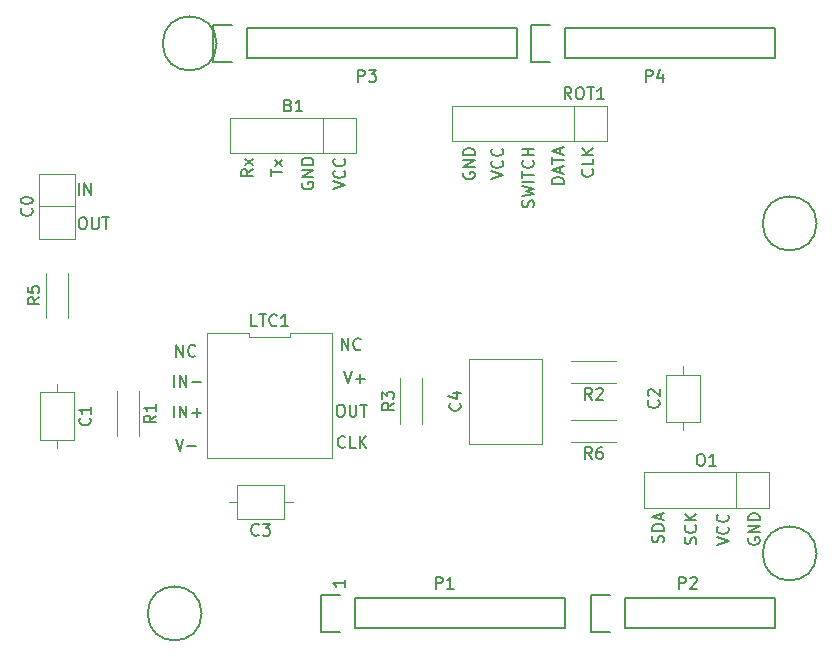
<source format=gbr>
G04 #@! TF.GenerationSoftware,KiCad,Pcbnew,(5.1.2)-2*
G04 #@! TF.CreationDate,2021-03-05T16:19:09+01:00*
G04 #@! TF.ProjectId,Shield,53686965-6c64-42e6-9b69-6361645f7063,rev?*
G04 #@! TF.SameCoordinates,Original*
G04 #@! TF.FileFunction,Legend,Top*
G04 #@! TF.FilePolarity,Positive*
%FSLAX46Y46*%
G04 Gerber Fmt 4.6, Leading zero omitted, Abs format (unit mm)*
G04 Created by KiCad (PCBNEW (5.1.2)-2) date 2021-03-05 16:19:09*
%MOMM*%
%LPD*%
G04 APERTURE LIST*
%ADD10C,0.150000*%
%ADD11C,0.120000*%
G04 APERTURE END LIST*
D10*
X139390380Y-120999285D02*
X139390380Y-121570714D01*
X139390380Y-121285000D02*
X138390380Y-121285000D01*
X138533238Y-121380238D01*
X138628476Y-121475476D01*
X138676095Y-121570714D01*
D11*
X129538000Y-114365000D02*
X130228000Y-114365000D01*
X134958000Y-114365000D02*
X134268000Y-114365000D01*
X130228000Y-115785000D02*
X134268000Y-115785000D01*
X130228000Y-112945000D02*
X130228000Y-115785000D01*
X134268000Y-112945000D02*
X130228000Y-112945000D01*
X134268000Y-115785000D02*
X134268000Y-112945000D01*
X158808000Y-83865000D02*
X158808000Y-80865000D01*
X161578000Y-80865000D02*
X161578000Y-83865000D01*
X148418000Y-80865000D02*
X161578000Y-80865000D01*
X148418000Y-83865000D02*
X148418000Y-80865000D01*
X161578000Y-83865000D02*
X148418000Y-83865000D01*
X162378000Y-107445000D02*
X158538000Y-107445000D01*
X162378000Y-109285000D02*
X158538000Y-109285000D01*
X115918000Y-98825000D02*
X115918000Y-94985000D01*
X114078000Y-98825000D02*
X114078000Y-94985000D01*
X145918000Y-107745000D02*
X145918000Y-103905000D01*
X144078000Y-107745000D02*
X144078000Y-103905000D01*
X162378000Y-102445000D02*
X158538000Y-102445000D01*
X162378000Y-104285000D02*
X158538000Y-104285000D01*
X120078000Y-104985000D02*
X120078000Y-108825000D01*
X121918000Y-104985000D02*
X121918000Y-108825000D01*
X172538000Y-114865000D02*
X172538000Y-111865000D01*
X175308000Y-111865000D02*
X175308000Y-114865000D01*
X164688000Y-111865000D02*
X175308000Y-111865000D01*
X164688000Y-114865000D02*
X164688000Y-111865000D01*
X175308000Y-114865000D02*
X164688000Y-114865000D01*
X131244667Y-100055000D02*
X127738000Y-100055000D01*
X131244667Y-100415000D02*
X131244667Y-100055000D01*
X134751333Y-100415000D02*
X131244667Y-100415000D01*
X134751333Y-100055000D02*
X134751333Y-100415000D01*
X138258000Y-100055000D02*
X134751333Y-100055000D01*
X138258000Y-110675000D02*
X138258000Y-100055000D01*
X127738000Y-110675000D02*
X138258000Y-110675000D01*
X127738000Y-100055000D02*
X127738000Y-110675000D01*
X149878000Y-102245000D02*
X156118000Y-102245000D01*
X149878000Y-109485000D02*
X156118000Y-109485000D01*
X156118000Y-109485000D02*
X156118000Y-102245000D01*
X149878000Y-109485000D02*
X149878000Y-102245000D01*
X167998000Y-102905000D02*
X167998000Y-103595000D01*
X167998000Y-108325000D02*
X167998000Y-107635000D01*
X166578000Y-103595000D02*
X166578000Y-107635000D01*
X169418000Y-103595000D02*
X166578000Y-103595000D01*
X169418000Y-107635000D02*
X169418000Y-103595000D01*
X166578000Y-107635000D02*
X169418000Y-107635000D01*
X114998000Y-109825000D02*
X114998000Y-109135000D01*
X114998000Y-104405000D02*
X114998000Y-105095000D01*
X116418000Y-109135000D02*
X116418000Y-105095000D01*
X113578000Y-109135000D02*
X116418000Y-109135000D01*
X113578000Y-105095000D02*
X113578000Y-109135000D01*
X116418000Y-105095000D02*
X113578000Y-105095000D01*
X116498000Y-89365000D02*
X113498000Y-89365000D01*
X113498000Y-86595000D02*
X116498000Y-86595000D01*
X113498000Y-92135000D02*
X113498000Y-86595000D01*
X116498000Y-92135000D02*
X113498000Y-92135000D01*
X116498000Y-86595000D02*
X116498000Y-92135000D01*
X137538000Y-84865000D02*
X137538000Y-81865000D01*
X140308000Y-81865000D02*
X140308000Y-84865000D01*
X129688000Y-81865000D02*
X140308000Y-81865000D01*
X129688000Y-84865000D02*
X129688000Y-81865000D01*
X140308000Y-84865000D02*
X129688000Y-84865000D01*
D10*
X140208000Y-125095000D02*
X157988000Y-125095000D01*
X157988000Y-125095000D02*
X157988000Y-122555000D01*
X157988000Y-122555000D02*
X140208000Y-122555000D01*
X137388000Y-125375000D02*
X138938000Y-125375000D01*
X140208000Y-125095000D02*
X140208000Y-122555000D01*
X138938000Y-122275000D02*
X137388000Y-122275000D01*
X137388000Y-122275000D02*
X137388000Y-125375000D01*
X163068000Y-125095000D02*
X175768000Y-125095000D01*
X175768000Y-125095000D02*
X175768000Y-122555000D01*
X175768000Y-122555000D02*
X163068000Y-122555000D01*
X160248000Y-125375000D02*
X161798000Y-125375000D01*
X163068000Y-125095000D02*
X163068000Y-122555000D01*
X161798000Y-122275000D02*
X160248000Y-122275000D01*
X160248000Y-122275000D02*
X160248000Y-125375000D01*
X131064000Y-76835000D02*
X153924000Y-76835000D01*
X153924000Y-76835000D02*
X153924000Y-74295000D01*
X153924000Y-74295000D02*
X131064000Y-74295000D01*
X128244000Y-77115000D02*
X129794000Y-77115000D01*
X131064000Y-76835000D02*
X131064000Y-74295000D01*
X129794000Y-74015000D02*
X128244000Y-74015000D01*
X128244000Y-74015000D02*
X128244000Y-77115000D01*
X157988000Y-76835000D02*
X175768000Y-76835000D01*
X175768000Y-76835000D02*
X175768000Y-74295000D01*
X175768000Y-74295000D02*
X157988000Y-74295000D01*
X155168000Y-77115000D02*
X156718000Y-77115000D01*
X157988000Y-76835000D02*
X157988000Y-74295000D01*
X156718000Y-74015000D02*
X155168000Y-74015000D01*
X155168000Y-74015000D02*
X155168000Y-77115000D01*
X127254000Y-123825000D02*
G75*
G03X127254000Y-123825000I-2286000J0D01*
G01*
X179324000Y-118745000D02*
G75*
G03X179324000Y-118745000I-2286000J0D01*
G01*
X128524000Y-75565000D02*
G75*
G03X128524000Y-75565000I-2286000J0D01*
G01*
X179324000Y-90805000D02*
G75*
G03X179324000Y-90805000I-2286000J0D01*
G01*
X132081333Y-117142142D02*
X132033714Y-117189761D01*
X131890857Y-117237380D01*
X131795619Y-117237380D01*
X131652761Y-117189761D01*
X131557523Y-117094523D01*
X131509904Y-116999285D01*
X131462285Y-116808809D01*
X131462285Y-116665952D01*
X131509904Y-116475476D01*
X131557523Y-116380238D01*
X131652761Y-116285000D01*
X131795619Y-116237380D01*
X131890857Y-116237380D01*
X132033714Y-116285000D01*
X132081333Y-116332619D01*
X132414666Y-116237380D02*
X133033714Y-116237380D01*
X132700380Y-116618333D01*
X132843238Y-116618333D01*
X132938476Y-116665952D01*
X132986095Y-116713571D01*
X133033714Y-116808809D01*
X133033714Y-117046904D01*
X132986095Y-117142142D01*
X132938476Y-117189761D01*
X132843238Y-117237380D01*
X132557523Y-117237380D01*
X132462285Y-117189761D01*
X132414666Y-117142142D01*
X158566571Y-80277380D02*
X158233238Y-79801190D01*
X157995142Y-80277380D02*
X157995142Y-79277380D01*
X158376095Y-79277380D01*
X158471333Y-79325000D01*
X158518952Y-79372619D01*
X158566571Y-79467857D01*
X158566571Y-79610714D01*
X158518952Y-79705952D01*
X158471333Y-79753571D01*
X158376095Y-79801190D01*
X157995142Y-79801190D01*
X159185619Y-79277380D02*
X159376095Y-79277380D01*
X159471333Y-79325000D01*
X159566571Y-79420238D01*
X159614190Y-79610714D01*
X159614190Y-79944047D01*
X159566571Y-80134523D01*
X159471333Y-80229761D01*
X159376095Y-80277380D01*
X159185619Y-80277380D01*
X159090380Y-80229761D01*
X158995142Y-80134523D01*
X158947523Y-79944047D01*
X158947523Y-79610714D01*
X158995142Y-79420238D01*
X159090380Y-79325000D01*
X159185619Y-79277380D01*
X159899904Y-79277380D02*
X160471333Y-79277380D01*
X160185619Y-80277380D02*
X160185619Y-79277380D01*
X161328476Y-80277380D02*
X160757047Y-80277380D01*
X161042761Y-80277380D02*
X161042761Y-79277380D01*
X160947523Y-79420238D01*
X160852285Y-79515476D01*
X160757047Y-79563095D01*
X149438000Y-86506904D02*
X149390380Y-86602142D01*
X149390380Y-86745000D01*
X149438000Y-86887857D01*
X149533238Y-86983095D01*
X149628476Y-87030714D01*
X149818952Y-87078333D01*
X149961809Y-87078333D01*
X150152285Y-87030714D01*
X150247523Y-86983095D01*
X150342761Y-86887857D01*
X150390380Y-86745000D01*
X150390380Y-86649761D01*
X150342761Y-86506904D01*
X150295142Y-86459285D01*
X149961809Y-86459285D01*
X149961809Y-86649761D01*
X150390380Y-86030714D02*
X149390380Y-86030714D01*
X150390380Y-85459285D01*
X149390380Y-85459285D01*
X150390380Y-84983095D02*
X149390380Y-84983095D01*
X149390380Y-84745000D01*
X149438000Y-84602142D01*
X149533238Y-84506904D01*
X149628476Y-84459285D01*
X149818952Y-84411666D01*
X149961809Y-84411666D01*
X150152285Y-84459285D01*
X150247523Y-84506904D01*
X150342761Y-84602142D01*
X150390380Y-84745000D01*
X150390380Y-84983095D01*
X151780380Y-87048333D02*
X152780380Y-86715000D01*
X151780380Y-86381666D01*
X152685142Y-85476904D02*
X152732761Y-85524523D01*
X152780380Y-85667380D01*
X152780380Y-85762619D01*
X152732761Y-85905476D01*
X152637523Y-86000714D01*
X152542285Y-86048333D01*
X152351809Y-86095952D01*
X152208952Y-86095952D01*
X152018476Y-86048333D01*
X151923238Y-86000714D01*
X151828000Y-85905476D01*
X151780380Y-85762619D01*
X151780380Y-85667380D01*
X151828000Y-85524523D01*
X151875619Y-85476904D01*
X152685142Y-84476904D02*
X152732761Y-84524523D01*
X152780380Y-84667380D01*
X152780380Y-84762619D01*
X152732761Y-84905476D01*
X152637523Y-85000714D01*
X152542285Y-85048333D01*
X152351809Y-85095952D01*
X152208952Y-85095952D01*
X152018476Y-85048333D01*
X151923238Y-85000714D01*
X151828000Y-84905476D01*
X151780380Y-84762619D01*
X151780380Y-84667380D01*
X151828000Y-84524523D01*
X151875619Y-84476904D01*
X155352761Y-89425000D02*
X155400380Y-89282142D01*
X155400380Y-89044047D01*
X155352761Y-88948809D01*
X155305142Y-88901190D01*
X155209904Y-88853571D01*
X155114666Y-88853571D01*
X155019428Y-88901190D01*
X154971809Y-88948809D01*
X154924190Y-89044047D01*
X154876571Y-89234523D01*
X154828952Y-89329761D01*
X154781333Y-89377380D01*
X154686095Y-89425000D01*
X154590857Y-89425000D01*
X154495619Y-89377380D01*
X154448000Y-89329761D01*
X154400380Y-89234523D01*
X154400380Y-88996428D01*
X154448000Y-88853571D01*
X154400380Y-88520238D02*
X155400380Y-88282142D01*
X154686095Y-88091666D01*
X155400380Y-87901190D01*
X154400380Y-87663095D01*
X155400380Y-87282142D02*
X154400380Y-87282142D01*
X154400380Y-86948809D02*
X154400380Y-86377380D01*
X155400380Y-86663095D02*
X154400380Y-86663095D01*
X155305142Y-85472619D02*
X155352761Y-85520238D01*
X155400380Y-85663095D01*
X155400380Y-85758333D01*
X155352761Y-85901190D01*
X155257523Y-85996428D01*
X155162285Y-86044047D01*
X154971809Y-86091666D01*
X154828952Y-86091666D01*
X154638476Y-86044047D01*
X154543238Y-85996428D01*
X154448000Y-85901190D01*
X154400380Y-85758333D01*
X154400380Y-85663095D01*
X154448000Y-85520238D01*
X154495619Y-85472619D01*
X155400380Y-85044047D02*
X154400380Y-85044047D01*
X154876571Y-85044047D02*
X154876571Y-84472619D01*
X155400380Y-84472619D02*
X154400380Y-84472619D01*
X157910380Y-87445000D02*
X156910380Y-87445000D01*
X156910380Y-87206904D01*
X156958000Y-87064047D01*
X157053238Y-86968809D01*
X157148476Y-86921190D01*
X157338952Y-86873571D01*
X157481809Y-86873571D01*
X157672285Y-86921190D01*
X157767523Y-86968809D01*
X157862761Y-87064047D01*
X157910380Y-87206904D01*
X157910380Y-87445000D01*
X157624666Y-86492619D02*
X157624666Y-86016428D01*
X157910380Y-86587857D02*
X156910380Y-86254523D01*
X157910380Y-85921190D01*
X156910380Y-85730714D02*
X156910380Y-85159285D01*
X157910380Y-85445000D02*
X156910380Y-85445000D01*
X157624666Y-84873571D02*
X157624666Y-84397380D01*
X157910380Y-84968809D02*
X156910380Y-84635476D01*
X157910380Y-84302142D01*
X160325142Y-86210238D02*
X160372761Y-86257857D01*
X160420380Y-86400714D01*
X160420380Y-86495952D01*
X160372761Y-86638809D01*
X160277523Y-86734047D01*
X160182285Y-86781666D01*
X159991809Y-86829285D01*
X159848952Y-86829285D01*
X159658476Y-86781666D01*
X159563238Y-86734047D01*
X159468000Y-86638809D01*
X159420380Y-86495952D01*
X159420380Y-86400714D01*
X159468000Y-86257857D01*
X159515619Y-86210238D01*
X160420380Y-85305476D02*
X160420380Y-85781666D01*
X159420380Y-85781666D01*
X160420380Y-84972142D02*
X159420380Y-84972142D01*
X160420380Y-84400714D02*
X159848952Y-84829285D01*
X159420380Y-84400714D02*
X159991809Y-84972142D01*
X160291333Y-110737380D02*
X159958000Y-110261190D01*
X159719904Y-110737380D02*
X159719904Y-109737380D01*
X160100857Y-109737380D01*
X160196095Y-109785000D01*
X160243714Y-109832619D01*
X160291333Y-109927857D01*
X160291333Y-110070714D01*
X160243714Y-110165952D01*
X160196095Y-110213571D01*
X160100857Y-110261190D01*
X159719904Y-110261190D01*
X161148476Y-109737380D02*
X160958000Y-109737380D01*
X160862761Y-109785000D01*
X160815142Y-109832619D01*
X160719904Y-109975476D01*
X160672285Y-110165952D01*
X160672285Y-110546904D01*
X160719904Y-110642142D01*
X160767523Y-110689761D01*
X160862761Y-110737380D01*
X161053238Y-110737380D01*
X161148476Y-110689761D01*
X161196095Y-110642142D01*
X161243714Y-110546904D01*
X161243714Y-110308809D01*
X161196095Y-110213571D01*
X161148476Y-110165952D01*
X161053238Y-110118333D01*
X160862761Y-110118333D01*
X160767523Y-110165952D01*
X160719904Y-110213571D01*
X160672285Y-110308809D01*
X113530380Y-97071666D02*
X113054190Y-97405000D01*
X113530380Y-97643095D02*
X112530380Y-97643095D01*
X112530380Y-97262142D01*
X112578000Y-97166904D01*
X112625619Y-97119285D01*
X112720857Y-97071666D01*
X112863714Y-97071666D01*
X112958952Y-97119285D01*
X113006571Y-97166904D01*
X113054190Y-97262142D01*
X113054190Y-97643095D01*
X112530380Y-96166904D02*
X112530380Y-96643095D01*
X113006571Y-96690714D01*
X112958952Y-96643095D01*
X112911333Y-96547857D01*
X112911333Y-96309761D01*
X112958952Y-96214523D01*
X113006571Y-96166904D01*
X113101809Y-96119285D01*
X113339904Y-96119285D01*
X113435142Y-96166904D01*
X113482761Y-96214523D01*
X113530380Y-96309761D01*
X113530380Y-96547857D01*
X113482761Y-96643095D01*
X113435142Y-96690714D01*
X143530380Y-105991666D02*
X143054190Y-106325000D01*
X143530380Y-106563095D02*
X142530380Y-106563095D01*
X142530380Y-106182142D01*
X142578000Y-106086904D01*
X142625619Y-106039285D01*
X142720857Y-105991666D01*
X142863714Y-105991666D01*
X142958952Y-106039285D01*
X143006571Y-106086904D01*
X143054190Y-106182142D01*
X143054190Y-106563095D01*
X142530380Y-105658333D02*
X142530380Y-105039285D01*
X142911333Y-105372619D01*
X142911333Y-105229761D01*
X142958952Y-105134523D01*
X143006571Y-105086904D01*
X143101809Y-105039285D01*
X143339904Y-105039285D01*
X143435142Y-105086904D01*
X143482761Y-105134523D01*
X143530380Y-105229761D01*
X143530380Y-105515476D01*
X143482761Y-105610714D01*
X143435142Y-105658333D01*
X160291333Y-105737380D02*
X159958000Y-105261190D01*
X159719904Y-105737380D02*
X159719904Y-104737380D01*
X160100857Y-104737380D01*
X160196095Y-104785000D01*
X160243714Y-104832619D01*
X160291333Y-104927857D01*
X160291333Y-105070714D01*
X160243714Y-105165952D01*
X160196095Y-105213571D01*
X160100857Y-105261190D01*
X159719904Y-105261190D01*
X160672285Y-104832619D02*
X160719904Y-104785000D01*
X160815142Y-104737380D01*
X161053238Y-104737380D01*
X161148476Y-104785000D01*
X161196095Y-104832619D01*
X161243714Y-104927857D01*
X161243714Y-105023095D01*
X161196095Y-105165952D01*
X160624666Y-105737380D01*
X161243714Y-105737380D01*
X123370380Y-107071666D02*
X122894190Y-107405000D01*
X123370380Y-107643095D02*
X122370380Y-107643095D01*
X122370380Y-107262142D01*
X122418000Y-107166904D01*
X122465619Y-107119285D01*
X122560857Y-107071666D01*
X122703714Y-107071666D01*
X122798952Y-107119285D01*
X122846571Y-107166904D01*
X122894190Y-107262142D01*
X122894190Y-107643095D01*
X123370380Y-106119285D02*
X123370380Y-106690714D01*
X123370380Y-106405000D02*
X122370380Y-106405000D01*
X122513238Y-106500238D01*
X122608476Y-106595476D01*
X122656095Y-106690714D01*
X169426571Y-110317380D02*
X169617047Y-110317380D01*
X169712285Y-110365000D01*
X169807523Y-110460238D01*
X169855142Y-110650714D01*
X169855142Y-110984047D01*
X169807523Y-111174523D01*
X169712285Y-111269761D01*
X169617047Y-111317380D01*
X169426571Y-111317380D01*
X169331333Y-111269761D01*
X169236095Y-111174523D01*
X169188476Y-110984047D01*
X169188476Y-110650714D01*
X169236095Y-110460238D01*
X169331333Y-110365000D01*
X169426571Y-110317380D01*
X170807523Y-111317380D02*
X170236095Y-111317380D01*
X170521809Y-111317380D02*
X170521809Y-110317380D01*
X170426571Y-110460238D01*
X170331333Y-110555476D01*
X170236095Y-110603095D01*
X166352761Y-117809285D02*
X166400380Y-117666428D01*
X166400380Y-117428333D01*
X166352761Y-117333095D01*
X166305142Y-117285476D01*
X166209904Y-117237857D01*
X166114666Y-117237857D01*
X166019428Y-117285476D01*
X165971809Y-117333095D01*
X165924190Y-117428333D01*
X165876571Y-117618809D01*
X165828952Y-117714047D01*
X165781333Y-117761666D01*
X165686095Y-117809285D01*
X165590857Y-117809285D01*
X165495619Y-117761666D01*
X165448000Y-117714047D01*
X165400380Y-117618809D01*
X165400380Y-117380714D01*
X165448000Y-117237857D01*
X166400380Y-116809285D02*
X165400380Y-116809285D01*
X165400380Y-116571190D01*
X165448000Y-116428333D01*
X165543238Y-116333095D01*
X165638476Y-116285476D01*
X165828952Y-116237857D01*
X165971809Y-116237857D01*
X166162285Y-116285476D01*
X166257523Y-116333095D01*
X166352761Y-116428333D01*
X166400380Y-116571190D01*
X166400380Y-116809285D01*
X166114666Y-115856904D02*
X166114666Y-115380714D01*
X166400380Y-115952142D02*
X165400380Y-115618809D01*
X166400380Y-115285476D01*
X169102761Y-117940714D02*
X169150380Y-117797857D01*
X169150380Y-117559761D01*
X169102761Y-117464523D01*
X169055142Y-117416904D01*
X168959904Y-117369285D01*
X168864666Y-117369285D01*
X168769428Y-117416904D01*
X168721809Y-117464523D01*
X168674190Y-117559761D01*
X168626571Y-117750238D01*
X168578952Y-117845476D01*
X168531333Y-117893095D01*
X168436095Y-117940714D01*
X168340857Y-117940714D01*
X168245619Y-117893095D01*
X168198000Y-117845476D01*
X168150380Y-117750238D01*
X168150380Y-117512142D01*
X168198000Y-117369285D01*
X169055142Y-116369285D02*
X169102761Y-116416904D01*
X169150380Y-116559761D01*
X169150380Y-116655000D01*
X169102761Y-116797857D01*
X169007523Y-116893095D01*
X168912285Y-116940714D01*
X168721809Y-116988333D01*
X168578952Y-116988333D01*
X168388476Y-116940714D01*
X168293238Y-116893095D01*
X168198000Y-116797857D01*
X168150380Y-116655000D01*
X168150380Y-116559761D01*
X168198000Y-116416904D01*
X168245619Y-116369285D01*
X169150380Y-115940714D02*
X168150380Y-115940714D01*
X169150380Y-115369285D02*
X168578952Y-115797857D01*
X168150380Y-115369285D02*
X168721809Y-115940714D01*
X170880380Y-118038333D02*
X171880380Y-117705000D01*
X170880380Y-117371666D01*
X171785142Y-116466904D02*
X171832761Y-116514523D01*
X171880380Y-116657380D01*
X171880380Y-116752619D01*
X171832761Y-116895476D01*
X171737523Y-116990714D01*
X171642285Y-117038333D01*
X171451809Y-117085952D01*
X171308952Y-117085952D01*
X171118476Y-117038333D01*
X171023238Y-116990714D01*
X170928000Y-116895476D01*
X170880380Y-116752619D01*
X170880380Y-116657380D01*
X170928000Y-116514523D01*
X170975619Y-116466904D01*
X171785142Y-115466904D02*
X171832761Y-115514523D01*
X171880380Y-115657380D01*
X171880380Y-115752619D01*
X171832761Y-115895476D01*
X171737523Y-115990714D01*
X171642285Y-116038333D01*
X171451809Y-116085952D01*
X171308952Y-116085952D01*
X171118476Y-116038333D01*
X171023238Y-115990714D01*
X170928000Y-115895476D01*
X170880380Y-115752619D01*
X170880380Y-115657380D01*
X170928000Y-115514523D01*
X170975619Y-115466904D01*
X173568000Y-117436904D02*
X173520380Y-117532142D01*
X173520380Y-117675000D01*
X173568000Y-117817857D01*
X173663238Y-117913095D01*
X173758476Y-117960714D01*
X173948952Y-118008333D01*
X174091809Y-118008333D01*
X174282285Y-117960714D01*
X174377523Y-117913095D01*
X174472761Y-117817857D01*
X174520380Y-117675000D01*
X174520380Y-117579761D01*
X174472761Y-117436904D01*
X174425142Y-117389285D01*
X174091809Y-117389285D01*
X174091809Y-117579761D01*
X174520380Y-116960714D02*
X173520380Y-116960714D01*
X174520380Y-116389285D01*
X173520380Y-116389285D01*
X174520380Y-115913095D02*
X173520380Y-115913095D01*
X173520380Y-115675000D01*
X173568000Y-115532142D01*
X173663238Y-115436904D01*
X173758476Y-115389285D01*
X173948952Y-115341666D01*
X174091809Y-115341666D01*
X174282285Y-115389285D01*
X174377523Y-115436904D01*
X174472761Y-115532142D01*
X174520380Y-115675000D01*
X174520380Y-115913095D01*
X131950380Y-99507380D02*
X131474190Y-99507380D01*
X131474190Y-98507380D01*
X132140857Y-98507380D02*
X132712285Y-98507380D01*
X132426571Y-99507380D02*
X132426571Y-98507380D01*
X133617047Y-99412142D02*
X133569428Y-99459761D01*
X133426571Y-99507380D01*
X133331333Y-99507380D01*
X133188476Y-99459761D01*
X133093238Y-99364523D01*
X133045619Y-99269285D01*
X132998000Y-99078809D01*
X132998000Y-98935952D01*
X133045619Y-98745476D01*
X133093238Y-98650238D01*
X133188476Y-98555000D01*
X133331333Y-98507380D01*
X133426571Y-98507380D01*
X133569428Y-98555000D01*
X133617047Y-98602619D01*
X134569428Y-99507380D02*
X133998000Y-99507380D01*
X134283714Y-99507380D02*
X134283714Y-98507380D01*
X134188476Y-98650238D01*
X134093238Y-98745476D01*
X133998000Y-98793095D01*
X139102285Y-101527380D02*
X139102285Y-100527380D01*
X139673714Y-101527380D01*
X139673714Y-100527380D01*
X140721333Y-101432142D02*
X140673714Y-101479761D01*
X140530857Y-101527380D01*
X140435619Y-101527380D01*
X140292761Y-101479761D01*
X140197523Y-101384523D01*
X140149904Y-101289285D01*
X140102285Y-101098809D01*
X140102285Y-100955952D01*
X140149904Y-100765476D01*
X140197523Y-100670238D01*
X140292761Y-100575000D01*
X140435619Y-100527380D01*
X140530857Y-100527380D01*
X140673714Y-100575000D01*
X140721333Y-100622619D01*
X139325619Y-103327380D02*
X139658952Y-104327380D01*
X139992285Y-103327380D01*
X140325619Y-103946428D02*
X141087523Y-103946428D01*
X140706571Y-104327380D02*
X140706571Y-103565476D01*
X138928000Y-106157380D02*
X139118476Y-106157380D01*
X139213714Y-106205000D01*
X139308952Y-106300238D01*
X139356571Y-106490714D01*
X139356571Y-106824047D01*
X139308952Y-107014523D01*
X139213714Y-107109761D01*
X139118476Y-107157380D01*
X138928000Y-107157380D01*
X138832761Y-107109761D01*
X138737523Y-107014523D01*
X138689904Y-106824047D01*
X138689904Y-106490714D01*
X138737523Y-106300238D01*
X138832761Y-106205000D01*
X138928000Y-106157380D01*
X139785142Y-106157380D02*
X139785142Y-106966904D01*
X139832761Y-107062142D01*
X139880380Y-107109761D01*
X139975619Y-107157380D01*
X140166095Y-107157380D01*
X140261333Y-107109761D01*
X140308952Y-107062142D01*
X140356571Y-106966904D01*
X140356571Y-106157380D01*
X140689904Y-106157380D02*
X141261333Y-106157380D01*
X140975619Y-107157380D02*
X140975619Y-106157380D01*
X139402761Y-109712142D02*
X139355142Y-109759761D01*
X139212285Y-109807380D01*
X139117047Y-109807380D01*
X138974190Y-109759761D01*
X138878952Y-109664523D01*
X138831333Y-109569285D01*
X138783714Y-109378809D01*
X138783714Y-109235952D01*
X138831333Y-109045476D01*
X138878952Y-108950238D01*
X138974190Y-108855000D01*
X139117047Y-108807380D01*
X139212285Y-108807380D01*
X139355142Y-108855000D01*
X139402761Y-108902619D01*
X140307523Y-109807380D02*
X139831333Y-109807380D01*
X139831333Y-108807380D01*
X140640857Y-109807380D02*
X140640857Y-108807380D01*
X141212285Y-109807380D02*
X140783714Y-109235952D01*
X141212285Y-108807380D02*
X140640857Y-109378809D01*
X125055619Y-109037380D02*
X125388952Y-110037380D01*
X125722285Y-109037380D01*
X126055619Y-109656428D02*
X126817523Y-109656428D01*
X124925142Y-107227380D02*
X124925142Y-106227380D01*
X125401333Y-107227380D02*
X125401333Y-106227380D01*
X125972761Y-107227380D01*
X125972761Y-106227380D01*
X126448952Y-106846428D02*
X127210857Y-106846428D01*
X126829904Y-107227380D02*
X126829904Y-106465476D01*
X124925142Y-104627380D02*
X124925142Y-103627380D01*
X125401333Y-104627380D02*
X125401333Y-103627380D01*
X125972761Y-104627380D01*
X125972761Y-103627380D01*
X126448952Y-104246428D02*
X127210857Y-104246428D01*
X125112285Y-102087380D02*
X125112285Y-101087380D01*
X125683714Y-102087380D01*
X125683714Y-101087380D01*
X126731333Y-101992142D02*
X126683714Y-102039761D01*
X126540857Y-102087380D01*
X126445619Y-102087380D01*
X126302761Y-102039761D01*
X126207523Y-101944523D01*
X126159904Y-101849285D01*
X126112285Y-101658809D01*
X126112285Y-101515952D01*
X126159904Y-101325476D01*
X126207523Y-101230238D01*
X126302761Y-101135000D01*
X126445619Y-101087380D01*
X126540857Y-101087380D01*
X126683714Y-101135000D01*
X126731333Y-101182619D01*
X149105142Y-106031666D02*
X149152761Y-106079285D01*
X149200380Y-106222142D01*
X149200380Y-106317380D01*
X149152761Y-106460238D01*
X149057523Y-106555476D01*
X148962285Y-106603095D01*
X148771809Y-106650714D01*
X148628952Y-106650714D01*
X148438476Y-106603095D01*
X148343238Y-106555476D01*
X148248000Y-106460238D01*
X148200380Y-106317380D01*
X148200380Y-106222142D01*
X148248000Y-106079285D01*
X148295619Y-106031666D01*
X148533714Y-105174523D02*
X149200380Y-105174523D01*
X148152761Y-105412619D02*
X148867047Y-105650714D01*
X148867047Y-105031666D01*
X165935142Y-105781666D02*
X165982761Y-105829285D01*
X166030380Y-105972142D01*
X166030380Y-106067380D01*
X165982761Y-106210238D01*
X165887523Y-106305476D01*
X165792285Y-106353095D01*
X165601809Y-106400714D01*
X165458952Y-106400714D01*
X165268476Y-106353095D01*
X165173238Y-106305476D01*
X165078000Y-106210238D01*
X165030380Y-106067380D01*
X165030380Y-105972142D01*
X165078000Y-105829285D01*
X165125619Y-105781666D01*
X165125619Y-105400714D02*
X165078000Y-105353095D01*
X165030380Y-105257857D01*
X165030380Y-105019761D01*
X165078000Y-104924523D01*
X165125619Y-104876904D01*
X165220857Y-104829285D01*
X165316095Y-104829285D01*
X165458952Y-104876904D01*
X166030380Y-105448333D01*
X166030380Y-104829285D01*
X117775142Y-107281666D02*
X117822761Y-107329285D01*
X117870380Y-107472142D01*
X117870380Y-107567380D01*
X117822761Y-107710238D01*
X117727523Y-107805476D01*
X117632285Y-107853095D01*
X117441809Y-107900714D01*
X117298952Y-107900714D01*
X117108476Y-107853095D01*
X117013238Y-107805476D01*
X116918000Y-107710238D01*
X116870380Y-107567380D01*
X116870380Y-107472142D01*
X116918000Y-107329285D01*
X116965619Y-107281666D01*
X117870380Y-106329285D02*
X117870380Y-106900714D01*
X117870380Y-106615000D02*
X116870380Y-106615000D01*
X117013238Y-106710238D01*
X117108476Y-106805476D01*
X117156095Y-106900714D01*
X112855142Y-89531666D02*
X112902761Y-89579285D01*
X112950380Y-89722142D01*
X112950380Y-89817380D01*
X112902761Y-89960238D01*
X112807523Y-90055476D01*
X112712285Y-90103095D01*
X112521809Y-90150714D01*
X112378952Y-90150714D01*
X112188476Y-90103095D01*
X112093238Y-90055476D01*
X111998000Y-89960238D01*
X111950380Y-89817380D01*
X111950380Y-89722142D01*
X111998000Y-89579285D01*
X112045619Y-89531666D01*
X111950380Y-88912619D02*
X111950380Y-88817380D01*
X111998000Y-88722142D01*
X112045619Y-88674523D01*
X112140857Y-88626904D01*
X112331333Y-88579285D01*
X112569428Y-88579285D01*
X112759904Y-88626904D01*
X112855142Y-88674523D01*
X112902761Y-88722142D01*
X112950380Y-88817380D01*
X112950380Y-88912619D01*
X112902761Y-89007857D01*
X112855142Y-89055476D01*
X112759904Y-89103095D01*
X112569428Y-89150714D01*
X112331333Y-89150714D01*
X112140857Y-89103095D01*
X112045619Y-89055476D01*
X111998000Y-89007857D01*
X111950380Y-88912619D01*
X117098000Y-90287380D02*
X117288476Y-90287380D01*
X117383714Y-90335000D01*
X117478952Y-90430238D01*
X117526571Y-90620714D01*
X117526571Y-90954047D01*
X117478952Y-91144523D01*
X117383714Y-91239761D01*
X117288476Y-91287380D01*
X117098000Y-91287380D01*
X117002761Y-91239761D01*
X116907523Y-91144523D01*
X116859904Y-90954047D01*
X116859904Y-90620714D01*
X116907523Y-90430238D01*
X117002761Y-90335000D01*
X117098000Y-90287380D01*
X117955142Y-90287380D02*
X117955142Y-91096904D01*
X118002761Y-91192142D01*
X118050380Y-91239761D01*
X118145619Y-91287380D01*
X118336095Y-91287380D01*
X118431333Y-91239761D01*
X118478952Y-91192142D01*
X118526571Y-91096904D01*
X118526571Y-90287380D01*
X118859904Y-90287380D02*
X119431333Y-90287380D01*
X119145619Y-91287380D02*
X119145619Y-90287380D01*
X116864190Y-88397380D02*
X116864190Y-87397380D01*
X117340380Y-88397380D02*
X117340380Y-87397380D01*
X117911809Y-88397380D01*
X117911809Y-87397380D01*
X134593238Y-80793571D02*
X134736095Y-80841190D01*
X134783714Y-80888809D01*
X134831333Y-80984047D01*
X134831333Y-81126904D01*
X134783714Y-81222142D01*
X134736095Y-81269761D01*
X134640857Y-81317380D01*
X134259904Y-81317380D01*
X134259904Y-80317380D01*
X134593238Y-80317380D01*
X134688476Y-80365000D01*
X134736095Y-80412619D01*
X134783714Y-80507857D01*
X134783714Y-80603095D01*
X134736095Y-80698333D01*
X134688476Y-80745952D01*
X134593238Y-80793571D01*
X134259904Y-80793571D01*
X135783714Y-81317380D02*
X135212285Y-81317380D01*
X135498000Y-81317380D02*
X135498000Y-80317380D01*
X135402761Y-80460238D01*
X135307523Y-80555476D01*
X135212285Y-80603095D01*
X131590380Y-86220238D02*
X131114190Y-86553571D01*
X131590380Y-86791666D02*
X130590380Y-86791666D01*
X130590380Y-86410714D01*
X130638000Y-86315476D01*
X130685619Y-86267857D01*
X130780857Y-86220238D01*
X130923714Y-86220238D01*
X131018952Y-86267857D01*
X131066571Y-86315476D01*
X131114190Y-86410714D01*
X131114190Y-86791666D01*
X131590380Y-85886904D02*
X130923714Y-85363095D01*
X130923714Y-85886904D02*
X131590380Y-85363095D01*
X133100380Y-86755476D02*
X133100380Y-86184047D01*
X134100380Y-86469761D02*
X133100380Y-86469761D01*
X134100380Y-85945952D02*
X133433714Y-85422142D01*
X133433714Y-85945952D02*
X134100380Y-85422142D01*
X135768000Y-87346904D02*
X135720380Y-87442142D01*
X135720380Y-87585000D01*
X135768000Y-87727857D01*
X135863238Y-87823095D01*
X135958476Y-87870714D01*
X136148952Y-87918333D01*
X136291809Y-87918333D01*
X136482285Y-87870714D01*
X136577523Y-87823095D01*
X136672761Y-87727857D01*
X136720380Y-87585000D01*
X136720380Y-87489761D01*
X136672761Y-87346904D01*
X136625142Y-87299285D01*
X136291809Y-87299285D01*
X136291809Y-87489761D01*
X136720380Y-86870714D02*
X135720380Y-86870714D01*
X136720380Y-86299285D01*
X135720380Y-86299285D01*
X136720380Y-85823095D02*
X135720380Y-85823095D01*
X135720380Y-85585000D01*
X135768000Y-85442142D01*
X135863238Y-85346904D01*
X135958476Y-85299285D01*
X136148952Y-85251666D01*
X136291809Y-85251666D01*
X136482285Y-85299285D01*
X136577523Y-85346904D01*
X136672761Y-85442142D01*
X136720380Y-85585000D01*
X136720380Y-85823095D01*
X138420380Y-87898333D02*
X139420380Y-87565000D01*
X138420380Y-87231666D01*
X139325142Y-86326904D02*
X139372761Y-86374523D01*
X139420380Y-86517380D01*
X139420380Y-86612619D01*
X139372761Y-86755476D01*
X139277523Y-86850714D01*
X139182285Y-86898333D01*
X138991809Y-86945952D01*
X138848952Y-86945952D01*
X138658476Y-86898333D01*
X138563238Y-86850714D01*
X138468000Y-86755476D01*
X138420380Y-86612619D01*
X138420380Y-86517380D01*
X138468000Y-86374523D01*
X138515619Y-86326904D01*
X139325142Y-85326904D02*
X139372761Y-85374523D01*
X139420380Y-85517380D01*
X139420380Y-85612619D01*
X139372761Y-85755476D01*
X139277523Y-85850714D01*
X139182285Y-85898333D01*
X138991809Y-85945952D01*
X138848952Y-85945952D01*
X138658476Y-85898333D01*
X138563238Y-85850714D01*
X138468000Y-85755476D01*
X138420380Y-85612619D01*
X138420380Y-85517380D01*
X138468000Y-85374523D01*
X138515619Y-85326904D01*
X147089904Y-121737380D02*
X147089904Y-120737380D01*
X147470857Y-120737380D01*
X147566095Y-120785000D01*
X147613714Y-120832619D01*
X147661333Y-120927857D01*
X147661333Y-121070714D01*
X147613714Y-121165952D01*
X147566095Y-121213571D01*
X147470857Y-121261190D01*
X147089904Y-121261190D01*
X148613714Y-121737380D02*
X148042285Y-121737380D01*
X148328000Y-121737380D02*
X148328000Y-120737380D01*
X148232761Y-120880238D01*
X148137523Y-120975476D01*
X148042285Y-121023095D01*
X167663904Y-121737380D02*
X167663904Y-120737380D01*
X168044857Y-120737380D01*
X168140095Y-120785000D01*
X168187714Y-120832619D01*
X168235333Y-120927857D01*
X168235333Y-121070714D01*
X168187714Y-121165952D01*
X168140095Y-121213571D01*
X168044857Y-121261190D01*
X167663904Y-121261190D01*
X168616285Y-120832619D02*
X168663904Y-120785000D01*
X168759142Y-120737380D01*
X168997238Y-120737380D01*
X169092476Y-120785000D01*
X169140095Y-120832619D01*
X169187714Y-120927857D01*
X169187714Y-121023095D01*
X169140095Y-121165952D01*
X168568666Y-121737380D01*
X169187714Y-121737380D01*
X140485904Y-78811380D02*
X140485904Y-77811380D01*
X140866857Y-77811380D01*
X140962095Y-77859000D01*
X141009714Y-77906619D01*
X141057333Y-78001857D01*
X141057333Y-78144714D01*
X141009714Y-78239952D01*
X140962095Y-78287571D01*
X140866857Y-78335190D01*
X140485904Y-78335190D01*
X141390666Y-77811380D02*
X142009714Y-77811380D01*
X141676380Y-78192333D01*
X141819238Y-78192333D01*
X141914476Y-78239952D01*
X141962095Y-78287571D01*
X142009714Y-78382809D01*
X142009714Y-78620904D01*
X141962095Y-78716142D01*
X141914476Y-78763761D01*
X141819238Y-78811380D01*
X141533523Y-78811380D01*
X141438285Y-78763761D01*
X141390666Y-78716142D01*
X164869904Y-78811380D02*
X164869904Y-77811380D01*
X165250857Y-77811380D01*
X165346095Y-77859000D01*
X165393714Y-77906619D01*
X165441333Y-78001857D01*
X165441333Y-78144714D01*
X165393714Y-78239952D01*
X165346095Y-78287571D01*
X165250857Y-78335190D01*
X164869904Y-78335190D01*
X166298476Y-78144714D02*
X166298476Y-78811380D01*
X166060380Y-77763761D02*
X165822285Y-78478047D01*
X166441333Y-78478047D01*
M02*

</source>
